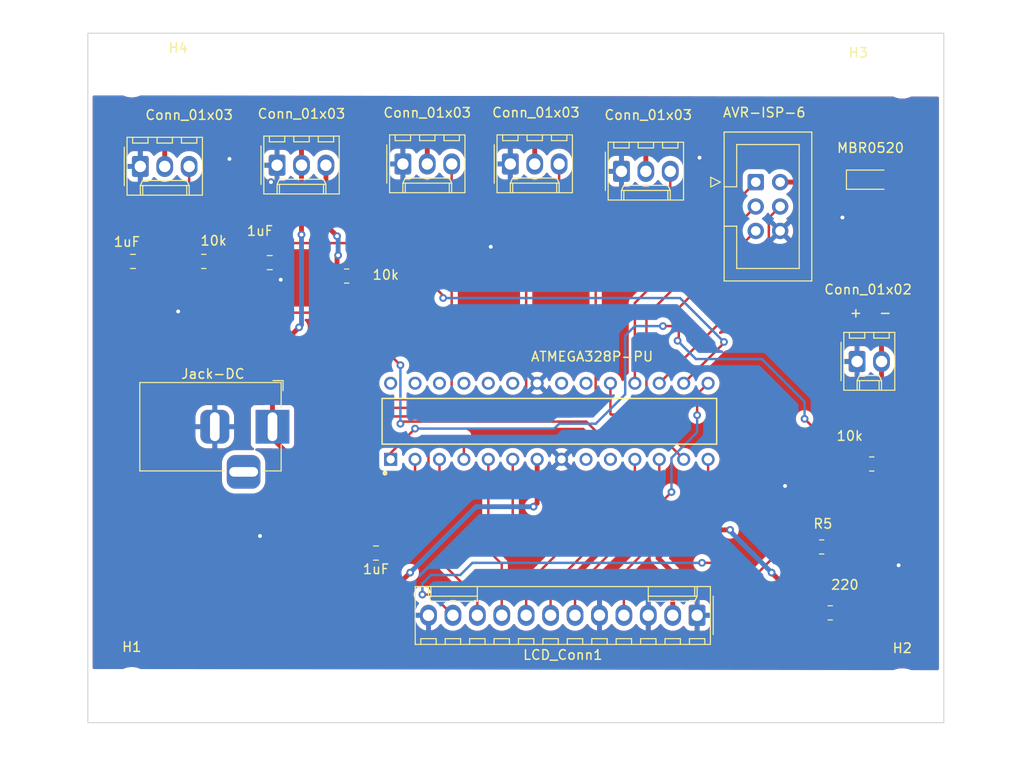
<source format=kicad_pcb>
(kicad_pcb (version 20211014) (generator pcbnew)
  (layers (0 "F.Cu" signal) (31 "B.Cu" signal) (34 "B.Paste" user) (35 "F.Paste" user) (36 "B.SilkS" user "B.Silkscreen") (37 "F.SilkS" user "F.Silkscreen") (38 "B.Mask" user) (39 "F.Mask" user) (44 "Edge.Cuts" user))
  (net 0 "")
  (net 1 "+5V")
  (net 2 "GND")
  (net 3 "Net-(C1-Pad1)")
  (net 4 "/L_Pedal")
  (net 5 "/R_Pedal")
  (net 6 "Net-(D1-Pad1)")
  (net 7 "/MISO")
  (net 8 "/SCK")
  (net 9 "/MOSI")
  (net 10 "/RST")
  (net 11 "/D7")
  (net 12 "/D6")
  (net 13 "/D5")
  (net 14 "/D4")
  (net 15 "/E")
  (net 16 "/RS")
  (net 17 "Net-(Left_F_P1-Pad3)")
  (net 18 "/L_Motor")
  (net 19 "/M_Motor")
  (net 20 "Net-(R2-Pad1)")
  (net 21 "/R_Motor")
  (net 29 "/LED+")
  (footprint "Connector_Molex:Molex_KK-254_AE-6410-12A_1x12_P2.54mm_Vertical" (layer "F.Cu") (at 141.986 101.092 180)
    (fp_text reference "LCD_Conn1" (at 13.97 -4.12) (layer "F.SilkS"))
    (fp_text value "Conn_01x12")
    (pad "1" thru_hole roundrect (at 0 0 180) (size 1.74 2.19) (drill 1.19) (layers *.Cu *.Mask) (roundrect_rratio 0.143678) (net 2 "GND"))
    (pad "2" thru_hole oval (at 2.54 0 180) (size 1.74 2.19) (drill 1.19) (layers *.Cu *.Mask) (net 1 "+5V"))
    (pad "3" thru_hole oval (at 5.08 0 180) (size 1.74 2.19) (drill 1.19) (layers *.Cu *.Mask) (net 2 "GND"))
    (pad "4" thru_hole oval (at 7.62 0 180) (size 1.74 2.19) (drill 1.19) (layers *.Cu *.Mask) (net 16 "/RS"))
    (pad "5" thru_hole oval (at 10.16 0 180) (size 1.74 2.19) (drill 1.19) (layers *.Cu *.Mask) (net 2 "GND"))
    (pad "6" thru_hole oval (at 12.7 0 180) (size 1.74 2.19) (drill 1.19) (layers *.Cu *.Mask) (net 15 "/E"))
    (pad "7" thru_hole oval (at 15.24 0 180) (size 1.74 2.19) (drill 1.19) (layers *.Cu *.Mask) (net 14 "/D4"))
    (pad "8" thru_hole oval (at 17.78 0 180) (size 1.74 2.19) (drill 1.19) (layers *.Cu *.Mask) (net 13 "/D5"))
    (pad "9" thru_hole oval (at 20.32 0 180) (size 1.74 2.19) (drill 1.19) (layers *.Cu *.Mask) (net 12 "/D6"))
    (pad "10" thru_hole oval (at 22.86 0 180) (size 1.74 2.19) (drill 1.19) (layers *.Cu *.Mask) (net 11 "/D7"))
    (pad "11" thru_hole oval (at 25.4 0 180) (size 1.74 2.19) (drill 1.19) (layers *.Cu *.Mask) (net 29 "/LED+"))
    (pad "12" thru_hole oval (at 27.94 0 180) (size 1.74 2.19) (drill 1.19) (layers *.Cu *.Mask) (net 2 "GND"))
  )
  (footprint "Capacitor_SMD:C_0805_2012Metric_Pad1.18x1.45mm_HandSolder" (layer "F.Cu") (at 83.312 64.262)
    (fp_text reference "C2" hide)
    (fp_text value "1uF" (at -0.635 -2.032) (layer "F.SilkS"))
    (pad "1" smd roundrect (at -1.0375 0) (size 1.175 1.45) (layers "F.Cu" "F.Paste" "F.Mask") (roundrect_rratio 0.212766) (net 4 "/L_Pedal"))
    (pad "2" smd roundrect (at 1.0375 0) (size 1.175 1.45) (layers "F.Cu" "F.Paste" "F.Mask") (roundrect_rratio 0.212766) (net 2 "GND"))
  )
  (footprint "Resistor_SMD:R_0805_2012Metric_Pad1.20x1.40mm_HandSolder" (layer "F.Cu") (at 154.94 93.98)
    (fp_text reference "R5" hide)
    (fp_text value "R5" (at 0.127 -2.413) (layer "F.SilkS"))
    (pad "1" smd roundrect (at -1 0) (size 1.2 1.4) (layers "F.Cu" "F.Paste" "F.Mask") (roundrect_rratio 0.208333) (net 29 "/LED+"))
    (pad "2" smd roundrect (at 1 0) (size 1.2 1.4) (layers "F.Cu" "F.Paste" "F.Mask") (roundrect_rratio 0.208333) (net 1 "+5V"))
  )
  (footprint "Connector_Molex:Molex_KK-254_AE-6410-02A_1x02_P2.54mm_Vertical" (layer "F.Cu") (at 158.623 74.676)
    (fp_text reference "Vin1" hide)
    (fp_text value "Conn_01x02" (at 1.143 -7.493) (layer "F.SilkS"))
    (fp_text user "-" (at 2.921 -5.08 unlocked) (layer "F.SilkS"))
    (fp_text user "+" (at -0.127 -5.08 unlocked) (layer "F.SilkS"))
    (pad "1" thru_hole roundrect (at 0 0) (size 1.74 2.19) (drill 1.19) (layers *.Cu *.Mask) (roundrect_rratio 0.143678) (net 2 "GND"))
    (pad "2" thru_hole oval (at 2.54 0) (size 1.74 2.19) (drill 1.19) (layers *.Cu *.Mask) (net 1 "+5V"))
  )
  (footprint "Resistor_SMD:R_0805_2012Metric_Pad1.20x1.40mm_HandSolder" (layer "F.Cu") (at 105.537 65.786)
    (fp_text reference "R2" hide)
    (fp_text value "10k" (at 4.064 -0.127) (layer "F.SilkS"))
    (pad "1" smd roundrect (at -1 0) (size 1.2 1.4) (layers "F.Cu" "F.Paste" "F.Mask") (roundrect_rratio 0.208333) (net 20 "Net-(R2-Pad1)"))
    (pad "2" smd roundrect (at 1 0) (size 1.2 1.4) (layers "F.Cu" "F.Paste" "F.Mask") (roundrect_rratio 0.208333) (net 5 "/R_Pedal"))
  )
  (footprint "Capacitor_SMD:C_0805_2012Metric_Pad1.18x1.45mm_HandSolder" (layer "F.Cu") (at 108.585 94.615)
    (fp_text reference "C1" hide)
    (fp_text value "1uF" (at 0 1.68) (layer "F.SilkS"))
    (pad "1" smd roundrect (at -1.0375 0) (size 1.175 1.45) (layers "F.Cu" "F.Paste" "F.Mask") (roundrect_rratio 0.212766) (net 3 "Net-(C1-Pad1)"))
    (pad "2" smd roundrect (at 1.0375 0) (size 1.175 1.45) (layers "F.Cu" "F.Paste" "F.Mask") (roundrect_rratio 0.212766) (net 1 "+5V"))
  )
  (footprint "MountingHole:MountingHole_3.2mm_M3" (layer "F.Cu") (at 163.322 108.712)
    (fp_text reference "H2" (at 0 -4.2) (layer "F.SilkS"))
    (fp_text value "MountingHole")
    (pad "" np_thru_hole circle (at 0 0) (size 3.2 3.2) (drill 3.2) (layers *.Cu *.Mask))
  )
  (footprint "Resistor_SMD:R_0805_2012Metric_Pad1.20x1.40mm_HandSolder" (layer "F.Cu") (at 90.678 64.262)
    (fp_text reference "R1" hide)
    (fp_text value "10k" (at 1.016 -2.159) (layer "F.SilkS"))
    (pad "1" smd roundrect (at -1 0) (size 1.2 1.4) (layers "F.Cu" "F.Paste" "F.Mask") (roundrect_rratio 0.208333) (net 17 "Net-(Left_F_P1-Pad3)"))
    (pad "2" smd roundrect (at 1 0) (size 1.2 1.4) (layers "F.Cu" "F.Paste" "F.Mask") (roundrect_rratio 0.208333) (net 4 "/L_Pedal"))
  )
  (footprint "MountingHole:MountingHole_3.2mm_M3" (layer "F.Cu") (at 83.185 45.085)
    (fp_text reference "H4" (at 4.826 -3.048) (layer "F.SilkS"))
    (fp_text value "MountingHole")
    (pad "" np_thru_hole circle (at 0 0) (size 3.2 3.2) (drill 3.2) (layers *.Cu *.Mask))
  )
  (footprint "Connector_Molex:Molex_KK-254_AE-6410-03A_1x03_P2.54mm_Vertical" (layer "F.Cu") (at 134.112 54.884)
    (fp_text reference "Left_Motor1" hide)
    (fp_text value "Conn_01x03" (at 2.794 -5.862) (layer "F.SilkS"))
    (pad "1" thru_hole roundrect (at 0 0) (size 1.74 2.19) (drill 1.19) (layers *.Cu *.Mask) (roundrect_rratio 0.143678) (net 2 "GND"))
    (pad "2" thru_hole oval (at 2.54 0) (size 1.74 2.19) (drill 1.19) (layers *.Cu *.Mask) (net 1 "+5V"))
    (pad "3" thru_hole oval (at 5.08 0) (size 1.74 2.19) (drill 1.19) (layers *.Cu *.Mask) (net 18 "/L_Motor"))
  )
  (footprint "Resistor_SMD:R_0805_2012Metric_Pad1.20x1.40mm_HandSolder" (layer "F.Cu") (at 155.829 100.838)
    (fp_text reference "R4" hide)
    (fp_text value "220" (at 1.524 -2.921) (layer "F.SilkS"))
    (pad "1" smd roundrect (at -1 0) (size 1.2 1.4) (layers "F.Cu" "F.Paste" "F.Mask") (roundrect_rratio 0.208333) (net 1 "+5V"))
    (pad "2" smd roundrect (at 1 0) (size 1.2 1.4) (layers "F.Cu" "F.Paste" "F.Mask") (roundrect_rratio 0.208333) (net 29 "/LED+"))
  )
  (footprint "Connector_Molex:Molex_KK-254_AE-6410-03A_1x03_P2.54mm_Vertical" (layer "F.Cu") (at 84.074 54.376)
    (fp_text reference "Left_F_P1" hide)
    (fp_text value "Conn_01x03" (at 5.08 -5.354) (layer "F.SilkS"))
    (pad "1" thru_hole roundrect (at 0 0) (size 1.74 2.19) (drill 1.19) (layers *.Cu *.Mask) (roundrect_rratio 0.143678) (net 2 "GND"))
    (pad "2" thru_hole oval (at 2.54 0) (size 1.74 2.19) (drill 1.19) (layers *.Cu *.Mask) (net 1 "+5V"))
    (pad "3" thru_hole oval (at 5.08 0) (size 1.74 2.19) (drill 1.19) (layers *.Cu *.Mask) (net 17 "Net-(Left_F_P1-Pad3)"))
  )
  (footprint "ATMEGA328P-PU:DIP794W46P254L2967H457Q28B" (layer "F.Cu") (at 126.619 80.899 90)
    (fp_text reference "U2" hide)
    (fp_text value "ATMEGA328P-PU" (at 6.731 4.445 180) (layer "F.SilkS") (effects (font (size 1.001567 1.001567))))
    (pad "1" thru_hole rect locked (at -3.96 -16.51 90) (size 1.358 1.358) (drill 0.85) (layers *.Cu *.Mask) (net 10 "/RST"))
    (pad "2" thru_hole circle locked (at -3.96 -13.97 90) (size 1.358 1.358) (drill 0.85) (layers *.Cu *.Mask) (net 18 "/L_Motor"))
    (pad "3" thru_hole circle locked (at -3.96 -11.43 90) (size 1.358 1.358) (drill 0.85) (layers *.Cu *.Mask) (net 21 "/R_Motor"))
    (pad "4" thru_hole circle locked (at -3.96 -8.89 90) (size 1.358 1.358) (drill 0.85) (layers *.Cu *.Mask) (net 19 "/M_Motor"))
    (pad "5" thru_hole circle locked (at -3.96 -6.35 90) (size 1.358 1.358) (drill 0.85) (layers *.Cu *.Mask) (net 11 "/D7"))
    (pad "6" thru_hole circle locked (at -3.96 -3.81 90) (size 1.358 1.358) (drill 0.85) (layers *.Cu *.Mask) (net 12 "/D6"))
    (pad "7" thru_hole circle locked (at -3.96 -1.27 90) (size 1.358 1.358) (drill 0.85) (layers *.Cu *.Mask) (net 3 "Net-(C1-Pad1)"))
    (pad "8" thru_hole circle locked (at -3.96 1.27 90) (size 1.358 1.358) (drill 0.85) (layers *.Cu *.Mask) (net 2 "GND"))
    (pad "9" thru_hole circle locked (at -3.96 3.81 90) (size 1.358 1.358) (drill 0.85) (layers *.Cu *.Mask))
    (pad "10" thru_hole circle locked (at -3.96 6.35 90) (size 1.358 1.358) (drill 0.85) (layers *.Cu *.Mask))
    (pad "11" thru_hole circle locked (at -3.96 8.89 90) (size 1.358 1.358) (drill 0.85) (layers *.Cu *.Mask) (net 13 "/D5"))
    (pad "12" thru_hole circle locked (at -3.96 11.43 90) (size 1.358 1.358) (drill 0.85) (layers *.Cu *.Mask) (net 14 "/D4"))
    (pad "13" thru_hole circle locked (at -3.96 13.97 90) (size 1.358 1.358) (drill 0.85) (layers *.Cu *.Mask) (net 5 "/R_Pedal"))
    (pad "14" thru_hole circle locked (at -3.96 16.51 90) (size 1.358 1.358) (drill 0.85) (layers *.Cu *.Mask) (net 16 "/RS"))
    (pad "15" thru_hole circle locked (at 3.96 16.51 90) (size 1.358 1.358) (drill 0.85) (layers *.Cu *.Mask) (net 15 "/E"))
    (pad "16" thru_hole circle locked (at 3.96 13.97 90) (size 1.358 1.358) (drill 0.85) (layers *.Cu *.Mask) (net 4 "/L_Pedal"))
    (pad "17" thru_hole circle locked (at 3.96 11.43 90) (size 1.358 1.358) (drill 0.85) (layers *.Cu *.Mask) (net 9 "/MOSI"))
    (pad "18" thru_hole circle locked (at 3.96 8.89 90) (size 1.358 1.358) (drill 0.85) (layers *.Cu *.Mask) (net 7 "/MISO"))
    (pad "19" thru_hole circle locked (at 3.96 6.35 90) (size 1.358 1.358) (drill 0.85) (layers *.Cu *.Mask) (net 8 "/SCK"))
    (pad "20" thru_hole circle locked (at 3.96 3.81 90) (size 1.358 1.358) (drill 0.85) (layers *.Cu *.Mask))
    (pad "21" thru_hole circle locked (at 3.96 1.27 90) (size 1.358 1.358) (drill 0.85) (layers *.Cu *.Mask))
    (pad "22" thru_hole circle locked (at 3.96 -1.27 90) (size 1.358 1.358) (drill 0.85) (layers *.Cu *.Mask) (net 2 "GND"))
    (pad "23" thru_hole circle locked (at 3.96 -3.81 90) (size 1.358 1.358) (drill 0.85) (layers *.Cu *.Mask))
    (pad "24" thru_hole circle locked (at 3.96 -6.35 90) (size 1.358 1.358) (drill 0.85) (layers *.Cu *.Mask))
    (pad "25" thru_hole circle locked (at 3.96 -8.89 90) (size 1.358 1.358) (drill 0.85) (layers *.Cu *.Mask))
    (pad "26" thru_hole circle locked (at 3.96 -11.43 90) (size 1.358 1.358) (drill 0.85) (layers *.Cu *.Mask))
    (pad "27" thru_hole circle locked (at 3.96 -13.97 90) (size 1.358 1.358) (drill 0.85) (layers *.Cu *.Mask))
    (pad "28" thru_hole circle locked (at 3.96 -16.51 90) (size 1.358 1.358) (drill 0.85) (layers *.Cu *.Mask))
  )
  (footprint "Connector_Molex:Molex_KK-254_AE-6410-03A_1x03_P2.54mm_Vertical" (layer "F.Cu") (at 111.379 54.122)
    (fp_text reference "Right_Motor1" hide)
    (fp_text value "Conn_01x03" (at 2.54 -5.334) (layer "F.SilkS"))
    (pad "1" thru_hole roundrect (at 0 0) (size 1.74 2.19) (drill 1.19) (layers *.Cu *.Mask) (roundrect_rratio 0.143678) (net 2 "GND"))
    (pad "2" thru_hole oval (at 2.54 0) (size 1.74 2.19) (drill 1.19) (layers *.Cu *.Mask) (net 1 "+5V"))
    (pad "3" thru_hole oval (at 5.08 0) (size 1.74 2.19) (drill 1.19) (layers *.Cu *.Mask) (net 21 "/R_Motor"))
  )
  (footprint "MountingHole:MountingHole_3.2mm_M3" (layer "F.Cu") (at 83.185 108.585)
    (fp_text reference "H1" (at 0 -4.2) (layer "F.SilkS"))
    (fp_text value "MountingHole")
    (pad "" np_thru_hole circle (at 0 0) (size 3.2 3.2) (drill 3.2) (layers *.Cu *.Mask))
  )
  (footprint "MountingHole:MountingHole_3.2mm_M3" (layer "F.Cu") (at 163.322 45.212)
    (fp_text reference "H3" (at -4.572 -2.667) (layer "F.SilkS"))
    (fp_text value "MountingHole")
    (pad "" np_thru_hole circle (at 0 0) (size 3.2 3.2) (drill 3.2) (layers *.Cu *.Mask))
  )
  (footprint "Connector_BarrelJack:BarrelJack_Horizontal" (layer "F.Cu") (at 97.821 81.4655)
    (fp_text reference "B_Jack1" hide)
    (fp_text value "Jack-DC" (at -6.2 -5.5) (layer "F.SilkS"))
    (pad "1" thru_hole rect (at 0 0) (size 3.5 3.5) (drill oval 1 3) (layers *.Cu *.Mask) (net 1 "+5V"))
    (pad "2" thru_hole roundrect (at -6 0) (size 3 3.5) (drill oval 1 3) (layers *.Cu *.Mask) (net 2 "GND"))
    (pad "3" thru_hole roundrect (at -3 4.7) (size 3.5 3.5) (drill oval 3 1) (layers *.Cu *.Mask))
  )
  (footprint "Connector_IDC:IDC-Header_2x03_P2.54mm_Vertical" (layer "F.Cu") (at 148.082 56.007)
    (fp_text reference "J1" hide)
    (fp_text value "AVR-ISP-6" (at 0.889 -7.239) (layer "F.SilkS"))
    (pad "1" thru_hole roundrect (at 0 0) (size 1.7 1.7) (drill 1) (layers *.Cu *.Mask) (roundrect_rratio 0.147059) (net 7 "/MISO"))
    (pad "2" thru_hole circle (at 2.54 0) (size 1.7 1.7) (drill 1) (layers *.Cu *.Mask) (net 6 "Net-(D1-Pad1)"))
    (pad "3" thru_hole circle (at 0 2.54) (size 1.7 1.7) (drill 1) (layers *.Cu *.Mask) (net 8 "/SCK"))
    (pad "4" thru_hole circle (at 2.54 2.54) (size 1.7 1.7) (drill 1) (layers *.Cu *.Mask) (net 9 "/MOSI"))
    (pad "5" thru_hole circle (at 0 5.08) (size 1.7 1.7) (drill 1) (layers *.Cu *.Mask) (net 10 "/RST"))
    (pad "6" thru_hole circle (at 2.54 5.08) (size 1.7 1.7) (drill 1) (layers *.Cu *.Mask) (net 2 "GND"))
  )
  (footprint "Resistor_SMD:R_0805_2012Metric_Pad1.20x1.40mm_HandSolder" (layer "F.Cu") (at 160.147 85.344)
    (fp_text reference "R3" hide)
    (fp_text value "10k" (at -2.286 -2.921) (layer "F.SilkS"))
    (pad "1" smd roundrect (at -1 0) (size 1.2 1.4) (layers "F.Cu" "F.Paste" "F.Mask") (roundrect_rratio 0.208333) (net 10 "/RST"))
    (pad "2" smd roundrect (at 1 0) (size 1.2 1.4) (layers "F.Cu" "F.Paste" "F.Mask") (roundrect_rratio 0.208333) (net 1 "+5V"))
  )
  (footprint "Diode_SMD:D_SOD-123" (layer "F.Cu") (at 159.765 55.753)
    (fp_text reference "D1" hide)
    (fp_text value "MBR0520" (at 0.254 -3.302) (layer "F.SilkS"))
    (pad "1" smd rect (at -1.65 0) (size 0.9 1.2) (layers "F.Cu" "F.Paste" "F.Mask") (net 6 "Net-(D1-Pad1)"))
    (pad "2" smd rect (at 1.65 0) (size 0.9 1.2) (layers "F.Cu" "F.Paste" "F.Mask") (net 1 "+5V"))
  )
  (footprint "Connector_Molex:Molex_KK-254_AE-6410-03A_1x03_P2.54mm_Vertical" (layer "F.Cu") (at 122.555 54.122)
    (fp_text reference "Middle_Motor1" hide)
    (fp_text value "Conn_01x03" (at 2.667 -5.354) (layer "F.SilkS"))
    (pad "1" thru_hole roundrect (at 0 0) (size 1.74 2.19) (drill 1.19) (layers *.Cu *.Mask) (roundrect_rratio 0.143678) (net 2 "GND"))
    (pad "2" thru_hole oval (at 2.54 0) (size 1.74 2.19) (drill 1.19) (layers *.Cu *.Mask) (net 1 "+5V"))
    (pad "3" thru_hole oval (at 5.08 0) (size 1.74 2.19) (drill 1.19) (layers *.Cu *.Mask) (net 19 "/M_Motor"))
  )
  (footprint "Capacitor_SMD:C_0805_2012Metric_Pad1.18x1.45mm_HandSolder" (layer "F.Cu") (at 97.536 64.389)
    (fp_text reference "C3" hide)
    (fp_text value "1uF" (at -1.016 -3.302) (layer "F.SilkS"))
    (pad "1" smd roundrect (at -1.0375 0) (size 1.175 1.45) (layers "F.Cu" "F.Paste" "F.Mask") (roundrect_rratio 0.212766) (net 5 "/R_Pedal"))
    (pad "2" smd roundrect (at 1.0375 0) (size 1.175 1.45) (layers "F.Cu" "F.Paste" "F.Mask") (roundrect_rratio 0.212766) (net 2 "GND"))
  )
  (footprint "Connector_Molex:Molex_KK-254_AE-6410-03A_1x03_P2.54mm_Vertical" (layer "F.Cu") (at 98.298 54.249)
    (fp_text reference "Right_F_P1" hide)
    (fp_text value "Conn_01x03" (at 2.54 -5.354) (layer "F.SilkS"))
    (pad "1" thru_hole roundrect (at 0 0) (size 1.74 2.19) (drill 1.19) (layers *.Cu *.Mask) (roundrect_rratio 0.143678) (net 2 "GND"))
    (pad "2" thru_hole oval (at 2.54 0) (size 1.74 2.19) (drill 1.19) (layers *.Cu *.Mask) (net 1 "+5V"))
    (pad "3" thru_hole oval (at 5.08 0) (size 1.74 2.19) (drill 1.19) (layers *.Cu *.Mask) (net 20 "Net-(R2-Pad1)"))
  )
  (gr_rect (start 78.613 40.513) (end 167.64 112.268) (layer "Edge.Cuts") (width 0.1) (fill none))
  (segment (start 153.924 100.838) (end 149.733 96.647) (width 0.508) (layer "F.Cu") (net 1))
  (segment (start 165.862 49.403) (end 137.795 49.403) (width 0.508) (layer "F.Cu") (net 1))
  (segment (start 161.163 88.646) (end 161.163 85.36) (width 0.508) (layer "F.Cu") (net 1))
  (segment (start 154.829 100.838) (end 154.829 95.091) (width 0.508) (layer "F.Cu") (net 1))
  (segment (start 100.838 54.249) (end 100.838 61.468) (width 0.508) (layer "F.Cu") (net 1))
  (segment (start 86.614 50.673) (end 87.122 50.165) (width 0.508) (layer "F.Cu") (net 1))
  (segment (start 137.795 49.403) (end 136.779 50.419) (width 0.508) (layer "F.Cu") (net 1))
  (segment (start 140.843 92.202) (end 137.922 95.123) (width 0.508) (layer "F.Cu") (net 1))
  (segment (start 100.838 54.249) (end 100.838 50.546) (width 0.508) (layer "F.Cu") (net 1))
  (segment (start 101.219 50.165) (end 102.108 50.165) (width 0.508) (layer "F.Cu") (net 1))
  (segment (start 124.841 50.165) (end 114.3 50.165) (width 0.508) (layer "F.Cu") (net 1))
  (segment (start 97.821 73.883) (end 100.584 71.12) (width 0.508) (layer "F.Cu") (net 1))
  (segment (start 165.735 55.753) (end 165.862 55.626) (width 0.508) (layer "F.Cu") (net 1))
  (segment (start 113.792 50.165) (end 113.919 50.292) (width 0.508) (layer "F.Cu") (net 1))
  (segment (start 164.084 59.944) (end 164.084 55.753) (width 0.508) (layer "F.Cu") (net 1))
  (segment (start 155.94 93.98) (end 155.94 93.869) (width 0.508) (layer "F.Cu") (net 1))
  (segment (start 125.095 50.419) (end 124.841 50.165) (width 0.508) (layer "F.Cu") (net 1))
  (segment (start 161.415 55.753) (end 164.084 55.753) (width 0.508) (layer "F.Cu") (net 1))
  (segment (start 154.829 100.838) (end 153.924 100.838) (width 0.508) (layer "F.Cu") (net 1))
  (segment (start 136.779 50.419) (end 136.525 50.165) (width 0.508) (layer "F.Cu") (net 1))
  (segment (start 136.652 50.546) (end 136.779 50.419) (width 0.508) (layer "F.Cu") (net 1))
  (segment (start 97.79 82.6555) (end 109.7495 94.615) (width 0.508) (layer "F.Cu") (net 1))
  (segment (start 125.095 54.122) (end 125.095 50.419) (width 0.508) (layer "F.Cu") (net 1))
  (segment (start 165.862 55.626) (end 165.862 49.403) (width 0.508) (layer "F.Cu") (net 1))
  (segment (start 86.614 54.376) (end 86.614 50.673) (width 0.508) (layer "F.Cu") (net 1))
  (segment (start 102.108 50.165) (end 114.3 50.165) (width 0.508) (layer "F.Cu") (net 1))
  (segment (start 113.919 50.292) (end 113.919 54.122) (width 0.508) (layer "F.Cu") (net 1))
  (segment (start 97.821 81.503) (end 97.79 81.534) (width 0.508) (layer "F.Cu") (net 1))
  (segment (start 97.821 81.4655) (end 97.821 81.503) (width 0.508) (layer "F.Cu") (net 1))
  (segment (start 100.838 50.546) (end 101.219 50.165) (width 0.508) (layer "F.Cu") (net 1))
  (segment (start 161.163 62.865) (end 164.084 59.944) (width 0.508) (layer "F.Cu") (net 1))
  (segment (start 136.652 54.884) (end 136.652 50.546) (width 0.508) (layer "F.Cu") (net 1))
  (segment (start 155.94 93.869) (end 161.163 88.646) (width 0.508) (layer "F.Cu") (net 1))
  (segment (start 145.415 92.202) (end 140.843 92.202) (width 0.508) (layer "F.Cu") (net 1))
  (segment (start 161.163 85.328) (end 161.163 74.676) (width 0.508) (layer "F.Cu") (net 1))
  (segment (start 139.446 96.647) (end 137.922 95.123) (width 0.508) (layer "F.Cu") (net 1))
  (segment (start 87.122 50.165) (end 102.108 50.165) (width 0.508) (layer "F.Cu") (net 1))
  (segment (start 154.829 95.091) (end 155.94 93.98) (width 0.508) (layer "F.Cu") (net 1))
  (segment (start 97.79 81.534) (end 97.79 82.6555) (width 0.508) (layer "F.Cu") (net 1))
  (segment (start 97.821 81.4655) (end 97.821 73.883) (width 0.508) (layer "F.Cu") (net 1))
  (segment (start 161.163 85.36) (end 161.147 85.344) (width 0.508) (layer "F.Cu") (net 1))
  (segment (start 161.163 74.676) (end 161.163 62.865) (width 0.508) (layer "F.Cu") (net 1))
  (segment (start 164.084 55.753) (end 165.735 55.753) (width 0.508) (layer "F.Cu") (net 1))
  (segment (start 139.446 101.092) (end 139.446 96.647) (width 0.508) (layer "F.Cu") (net 1))
  (segment (start 161.147 85.344) (end 161.163 85.328) (width 0.508) (layer "F.Cu") (net 1))
  (segment (start 136.525 50.165) (end 124.841 50.165) (width 0.508) (layer "F.Cu") (net 1))
  (segment (start 114.3 50.165) (end 113.792 50.165) (width 0.508) (layer "F.Cu") (net 1))
  (via (at 149.733 96.647) (size 0.8) (drill 0.4) (layers "F.Cu" "B.Cu") (net 1))
  (via (at 100.838 61.468) (size 0.8) (drill 0.4) (layers "F.Cu" "B.Cu") (net 1))
  (via (at 145.415 92.202) (size 0.8) (drill 0.4) (layers "F.Cu" "B.Cu") (net 1))
  (via (at 100.584 71.12) (size 0.8) (drill 0.4) (layers "F.Cu" "B.Cu") (net 1))
  (segment (start 146.939 93.853) (end 145.415 92.329) (width 0.508) (layer "B.Cu") (net 1))
  (segment (start 145.415 92.329) (end 145.415 92.202) (width 0.508) (layer "B.Cu") (net 1))
  (segment (start 149.733 96.647) (end 146.939 93.853) (width 0.508) (layer "B.Cu") (net 1))
  (segment (start 100.838 61.468) (end 100.838 70.866) (width 0.508) (layer "B.Cu") (net 1))
  (segment (start 100.838 70.866) (end 100.584 71.12) (width 0.508) (layer "B.Cu") (net 1))
  (segment (start 91.821 81.4655) (end 92.3875 81.4655) (width 0.25) (layer "F.Cu") (net 2))
  (segment (start 92.3875 81.4655) (end 92.456 81.534) (width 0.25) (layer "F.Cu") (net 2))
  (via (at 93.345 53.594) (size 0.8) (drill 0.4) (layers "F.Cu" "B.Cu") (net 2))
  (via (at 98.679 66.167) (size 0.8) (drill 0.4) (layers "F.Cu" "B.Cu") (net 2))
  (via (at 96.52 92.837) (size 0.8) (drill 0.4) (layers "F.Cu" "B.Cu") (net 2))
  (via (at 157.099 59.69) (size 0.8) (drill 0.4) (layers "F.Cu" "B.Cu") (net 2))
  (via (at 151.13 87.63) (size 0.8) (drill 0.4) (layers "F.Cu" "B.Cu") (net 2))
  (via (at 88.011 69.469) (size 0.8) (drill 0.4) (layers "F.Cu" "B.Cu") (net 2))
  (via (at 97.663 56.007) (size 0.8) (drill 0.4) (layers "F.Cu" "B.Cu") (net 2))
  (via (at 142.24 53.467) (size 0.8) (drill 0.4) (layers "F.Cu" "B.Cu") (net 2))
  (via (at 162.941 95.885) (size 0.8) (drill 0.4) (layers "F.Cu" "B.Cu") (net 2))
  (via (at 120.523 62.738) (size 0.8) (drill 0.4) (layers "F.Cu" "B.Cu") (net 2))
  (segment (start 107.188 95.1015) (end 107.6745 94.615) (width 0.508) (layer "F.Cu") (net 3))
  (segment (start 125.349 89.408) (end 124.968 89.789) (width 0.508) (layer "F.Cu") (net 3))
  (segment (start 109.982 98.806) (end 107.188 98.806) (width 0.508) (layer "F.Cu") (net 3))
  (segment (start 112.141 96.647) (end 109.982 98.806) (width 0.508) (layer "F.Cu") (net 3))
  (segment (start 125.349 84.859) (end 125.349 89.408) (width 0.508) (layer "F.Cu") (net 3))
  (segment (start 107.188 98.806) (end 107.188 95.1015) (width 0.508) (layer "F.Cu") (net 3))
  (via (at 112.141 96.647) (size 0.8) (drill 0.4) (layers "F.Cu" "B.Cu") (net 3))
  (via (at 124.968 89.789) (size 0.8) (drill 0.4) (layers "F.Cu" "B.Cu") (net 3))
  (segment (start 124.968 89.789) (end 118.999 89.789) (width 0.508) (layer "B.Cu") (net 3))
  (segment (start 118.999 89.789) (end 112.141 96.647) (width 0.508) (layer "B.Cu") (net 3))
  (segment (start 110.109 62.357) (end 115.189 67.437) (width 0.254) (layer "F.Cu") (net 4))
  (segment (start 82.2745 64.262) (end 82.2745 67.0345) (width 0.25) (layer "F.Cu") (net 4))
  (segment (start 91.948 66.802) (end 91.948 64.532) (width 0.25) (layer "F.Cu") (net 4))
  (segment (start 115.57 67.818) (end 115.57 68.072) (width 0.254) (layer "F.Cu") (net 4))
  (segment (start 91.694 67.056) (end 91.948 66.802) (width 0.25) (layer "F.Cu") (net 4))
  (segment (start 144.78 72.748) (end 140.589 76.939) (width 0.254) (layer "F.Cu") (net 4))
  (segment (start 82.296 67.056) (end 91.694 67.056) (width 0.25) (layer "F.Cu") (net 4))
  (segment (start 92.583 64.262) (end 94.488 62.357) (width 0.254) (layer "F.Cu") (net 4))
  (segment (start 91.948 64.532) (end 91.678 64.262) (width 0.25) (layer "F.Cu") (net 4))
  (segment (start 115.189 67.437) (end 115.57 67.818) (width 0.254) (layer "F.Cu") (net 4))
  (segment (start 94.488 62.357) (end 110.109 62.357) (width 0.254) (layer "F.Cu") (net 4))
  (segment (start 144.78 72.644) (end 144.78 72.748) (width 0.254) (layer "F.Cu") (net 4))
  (segment (start 82.2745 67.0345) (end 82.296 67.056) (width 0.25) (layer "F.Cu") (net 4))
  (segment (start 91.678 64.262) (end 92.583 64.262) (width 0.254) (layer "F.Cu") (net 4))
  (via (at 144.78 72.644) (size 0.8) (drill 0.4) (layers "F.Cu" "B.Cu") (net 4))
  (via (at 115.57 68.072) (size 0.8) (drill 0.4) (layers "F.Cu" "B.Cu") (net 4))
  (segment (start 140.208 68.072) (end 144.78 72.644) (width 0.254) (layer "B.Cu") (net 4))
  (segment (start 115.57 68.072) (end 140.208 68.072) (width 0.254) (layer "B.Cu") (net 4))
  (segment (start 132.588 81.915) (end 131.445 81.915) (width 0.254) (layer "F.Cu") (net 5))
  (segment (start 111.344 80.934) (end 111.125 81.153) (width 0.254) (layer "F.Cu") (net 5))
  (segment (start 133.658 80.845) (end 132.588 81.915) (width 0.254) (layer "F.Cu") (net 5))
  (segment (start 96.4985 64.389) (end 96.4985 67.6695) (width 0.254) (layer "F.Cu") (net 5))
  (segment (start 106.537 69.58) (end 106.537 69.358) (width 0.254) (layer "F.Cu") (net 5))
  (segment (start 140.589 84.859) (end 140.589 84.836) (width 0.254) (layer "F.Cu") (net 5))
  (segment (start 105.664 69.596) (end 106.426 69.596) (width 0.254) (layer "F.Cu") (net 5))
  (segment (start 111.125 75.057) (end 105.664 69.596) (width 0.254) (layer "F.Cu") (net 5))
  (segment (start 98.425 69.596) (end 105.664 69.596) (width 0.254) (layer "F.Cu") (net 5))
  (segment (start 136.598 80.845) (end 133.658 80.845) (width 0.254) (layer "F.Cu") (net 5))
  (segment (start 106.537 69.358) (end 106.537 65.786) (width 0.254) (layer "F.Cu") (net 5))
  (segment (start 96.4985 67.6695) (end 98.425 69.596) (width 0.254) (layer "F.Cu") (net 5))
  (segment (start 140.589 84.836) (end 136.598 80.845) (width 0.254) (layer "F.Cu") (net 5))
  (segment (start 131.445 81.915) (end 130.464 80.934) (width 0.254) (layer "F.Cu") (net 5))
  (segment (start 130.464 80.934) (end 111.344 80.934) (width 0.254) (layer "F.Cu") (net 5))
  (via (at 111.125 75.057) (size 0.8) (drill 0.4) (layers "F.Cu" "B.Cu") (net 5))
  (via (at 111.125 81.153) (size 0.8) (drill 0.4) (layers "F.Cu" "B.Cu") (net 5))
  (segment (start 111.125 75.311) (end 111.125 75.057) (width 0.254) (layer "B.Cu") (net 5))
  (segment (start 111.125 81.153) (end 111.125 75.311) (width 0.254) (layer "B.Cu") (net 5))
  (segment (start 150.622 56.007) (end 157.861 56.007) (width 0.508) (layer "F.Cu") (net 6))
  (segment (start 157.861 56.007) (end 158.115 55.753) (width 0.508) (layer "F.Cu") (net 6))
  (segment (start 135.509 68.58) (end 135.509 76.939) (width 0.254) (layer "F.Cu") (net 7))
  (segment (start 148.082 56.007) (end 135.509 68.58) (width 0.254) (layer "F.Cu") (net 7))
  (segment (start 132.969 80.137) (end 132.969 76.939) (width 0.254) (layer "F.Cu") (net 8))
  (segment (start 136.7155 80.2005) (end 133.0325 80.2005) (width 0.254) (layer "F.Cu") (net 8))
  (segment (start 136.7155 69.9135) (end 136.7155 80.2005) (width 0.254) (layer "F.Cu") (net 8))
  (segment (start 133.0325 80.2005) (end 132.969 80.137) (width 0.254) (layer "F.Cu") (net 8))
  (segment (start 148.082 58.547) (end 136.7155 69.9135) (width 0.254) (layer "F.Cu") (net 8))
  (segment (start 150.622 58.547) (end 149.445 59.724) (width 0.254) (layer "F.Cu") (net 9))
  (segment (start 149.445 59.724) (end 149.445 65.543) (width 0.254) (layer "F.Cu") (net 9))
  (segment (start 149.445 65.543) (end 138.049 76.939) (width 0.254) (layer "F.Cu") (net 9))
  (segment (start 153.162 80.645) (end 157.861 85.344) (width 0.254) (layer "F.Cu") (net 10))
  (segment (start 140.081 71.882) (end 140.081 72.39) (width 0.254) (layer "F.Cu") (net 10))
  (segment (start 140.081 69.088) (end 148.082 61.087) (width 0.254) (layer "F.Cu") (net 10))
  (segment (start 157.861 85.344) (end 159.147 85.344) (width 0.254) (layer "F.Cu") (net 10))
  (segment (start 110.109 84.201) (end 112.649 81.661) (width 0.254) (layer "F.Cu") (net 10))
  (segment (start 138.43 70.993) (end 139.954 70.993) (width 0.254) (layer "F.Cu") (net 10))
  (segment (start 140.081 72.39) (end 139.954 72.517) (width 0.254) (layer "F.Cu") (net 10))
  (segment (start 140.081 70.866) (end 140.081 69.088) (width 0.254) (layer "F.Cu") (net 10))
  (segment (start 140.081 70.866) (end 140.081 71.882) (width 0.254) (layer "F.Cu") (net 10))
  (segment (start 139.954 70.993) (end 140.081 70.866) (width 0.254) (layer "F.Cu") (net 10))
  (segment (start 110.109 84.859) (end 110.109 84.201) (width 0.254) (layer "F.Cu") (net 10))
  (via (at 153.162 80.645) (size 0.8) (drill 0.4) (layers "F.Cu" "B.Cu") (net 10))
  (via (at 139.954 72.517) (size 0.8) (drill 0.4) (layers "F.Cu" "B.Cu") (net 10))
  (via (at 112.649 81.661) (size 0.8) (drill 0.4) (layers "F.Cu" "B.Cu") (net 10))
  (via (at 138.43 70.993) (size 0.8) (drill 0.4) (layers "F.Cu" "B.Cu") (net 10))
  (segment (start 127.637699 81.153) (end 131.445 81.153) (width 0.254) (layer "B.Cu") (net 10))
  (segment (start 134.503 72.019) (end 134.493 72.009) (width 0.254) (layer "B.Cu") (net 10))
  (segment (start 134.503 78.095) (end 134.503 72.019) (width 0.254) (layer "B.Cu") (net 10))
  (segment (start 135.509 70.993) (end 138.43 70.993) (width 0.254) (layer "B.Cu") (net 10))
  (segment (start 131.445 81.153) (end 134.503 78.095) (width 0.254) (layer "B.Cu") (net 10))
  (segment (start 112.649 81.661) (end 127.129699 81.661) (width 0.254) (layer "B.Cu") (net 10))
  (segment (start 134.493 72.009) (end 135.509 70.993) (width 0.254) (layer "B.Cu") (net 10))
  (segment (start 153.162 78.867) (end 153.162 80.645) (width 0.254) (layer "B.Cu") (net 10))
  (segment (start 127.129699 81.661) (end 127.637699 81.153) (width 0.254) (layer "B.Cu") (net 10))
  (segment (start 141.859 74.422) (end 148.717 74.422) (width 0.254) (layer "B.Cu") (net 10))
  (segment (start 139.954 72.517) (end 141.859 74.422) (width 0.254) (layer "B.Cu") (net 10))
  (segment (start 148.717 74.422) (end 153.162 78.867) (width 0.254) (layer "B.Cu") (net 10))
  (segment (start 115.824 96.012) (end 115.824 95.885) (width 0.25) (layer "F.Cu") (net 11))
  (segment (start 119.126 101.092) (end 119.126 99.314) (width 0.25) (layer "F.Cu") (net 11))
  (segment (start 119.126 99.314) (end 115.824 96.012) (width 0.25) (layer "F.Cu") (net 11))
  (segment (start 117.602 94.107) (end 120.269 91.44) (width 0.254) (layer "F.Cu") (net 11))
  (segment (start 115.824 95.885) (end 117.602 94.107) (width 0.25) (layer "F.Cu") (net 11))
  (segment (start 120.269 91.44) (end 120.269 84.859) (width 0.254) (layer "F.Cu") (net 11))
  (segment (start 122.809 91.821) (end 122.809 84.859) (width 0.254) (layer "F.Cu") (net 12))
  (segment (start 120.269 94.361) (end 122.809 91.821) (width 0.254) (layer "F.Cu") (net 12))
  (segment (start 121.666 95.758) (end 120.269 94.361) (width 0.25) (layer "F.Cu") (net 12))
  (segment (start 121.666 101.092) (end 121.666 95.758) (width 0.25) (layer "F.Cu") (net 12))
  (segment (start 124.206 101.092) (end 124.206 97.917) (width 0.25) (layer "F.Cu") (net 13))
  (segment (start 135.509 86.614) (end 135.509 84.859) (width 0.25) (layer "F.Cu") (net 13))
  (segment (start 124.206 97.917) (end 135.509 86.614) (width 0.25) (layer "F.Cu") (net 13))
  (segment (start 126.746 101.092) (end 126.746 98.171) (width 0.25) (layer "F.Cu") (net 14))
  (segment (start 126.746 98.171) (end 138.049 86.868) (width 0.25) (layer "F.Cu") (net 14))
  (segment (start 138.049 86.868) (end 138.049 84.859) (width 0.25) (layer "F.Cu") (net 14))
  (segment (start 141.986 78.082) (end 143.129 76.939) (width 0.25) (layer "F.Cu") (net 15))
  (segment (start 129.286 101.092) (end 129.286 98.298) (width 0.25) (layer "F.Cu") (net 15))
  (segment (start 129.286 98.298) (end 139.319 88.265) (width 0.25) (layer "F.Cu") (net 15))
  (segment (start 141.986 80.264) (end 141.986 78.082) (width 0.25) (layer "F.Cu") (net 15))
  (via (at 141.986 80.264) (size 0.8) (drill 0.4) (layers "F.Cu" "B.Cu") (net 15))
  (via (at 139.319 88.265) (size 0.8) (drill 0.4) (layers "F.Cu" "B.Cu") (net 15))
  (segment (start 139.319 84.709129) (end 141.986 82.042129) (width 0.25) (layer "B.Cu") (net 15))
  (segment (start 139.319 88.265) (end 139.319 84.709129) (width 0.25) (layer "B.Cu") (net 15))
  (segment (start 141.986 82.042129) (end 141.986 80.264) (width 0.25) (layer "B.Cu") (net 15))
  (segment (start 134.366 101.092) (end 134.366 96.647) (width 0.25) (layer "F.Cu") (net 16))
  (segment (start 134.366 96.647) (end 143.129 87.884) (width 0.25) (layer "F.Cu") (net 16))
  (segment (start 143.129 87.884) (end 143.129 84.859) (width 0.25) (layer "F.Cu") (net 16))
  (segment (start 89.154 63.738) (end 89.678 64.262) (width 0.254) (layer "F.Cu") (net 17))
  (segment (start 89.154 54.376) (end 89.154 63.738) (width 0.254) (layer "F.Cu") (net 17))
  (segment (start 107.696 86.868) (end 107.696 81.534) (width 0.254) (layer "F.Cu") (net 18))
  (segment (start 108.204 87.376) (end 107.696 86.868) (width 0.254) (layer "F.Cu") (net 18))
  (segment (start 112.649 84.859) (end 112.649 87.249) (width 0.254) (layer "F.Cu") (net 18))
  (segment (start 112.649 87.249) (end 112.522 87.376) (width 0.254) (layer "F.Cu") (net 18))
  (segment (start 130.81 62.484) (end 133.477 59.817) (width 0.254) (layer "F.Cu") (net 18))
  (segment (start 107.696 81.534) (end 108.839 80.391) (width 0.254) (layer "F.Cu") (net 18))
  (segment (start 131.435 63.109) (end 130.81 62.484) (width 0.254) (layer "F.Cu") (net 18))
  (segment (start 131.435 77.861) (end 131.435 63.109) (width 0.254) (layer "F.Cu") (net 18))
  (segment (start 112.522 87.376) (end 108.204 87.376) (width 0.254) (layer "F.Cu") (net 18))
  (segment (start 139.192 59.817) (end 139.192 54.884) (width 0.254) (layer "F.Cu") (net 18))
  (segment (start 128.905 80.391) (end 131.435 77.861) (width 0.254) (layer "F.Cu") (net 18))
  (segment (start 133.477 59.817) (end 139.192 59.817) (width 0.254) (layer "F.Cu") (net 18))
  (segment (start 108.839 80.391) (end 128.905 80.391) (width 0.254) (layer "F.Cu") (net 18))
  (segment (start 124.206 59.182) (end 124.206 79.502) (width 0.254) (layer "F.Cu") (net 19))
  (segment (start 106.807 79.502) (end 106.807 87.757) (width 0.254) (layer "F.Cu") (net 19))
  (segment (start 117.856 82.423) (end 117.729 82.55) (width 0.254) (layer "F.Cu") (net 19))
  (segment (start 106.807 87.757) (end 106.934 87.884) (width 0.254) (layer "F.Cu") (net 19))
  (segment (start 106.934 87.884) (end 113.919 87.884) (width 0.254) (layer "F.Cu") (net 19))
  (segment (start 124.206 79.502) (end 106.807 79.502) (width 0.254) (layer "F.Cu") (net 19))
  (segment (start 117.729 82.55) (end 117.729 84.859) (width 0.254) (layer "F.Cu") (net 19))
  (segment (start 113.919 87.884) (end 114.046 87.757) (width 0.254) (layer "F.Cu") (net 19))
  (segment (start 127.635 54.122) (end 127.635 59.436) (width 0.254) (layer "F.Cu") (net 19))
  (segment (start 114.046 87.757) (end 114.046 82.55) (width 0.254) (layer "F.Cu") (net 19))
  (segment (start 127.635 59.436) (end 127.381 59.182) (width 0.254) (layer "F.Cu") (net 19))
  (segment (start 114.173 82.423) (end 117.856 82.423) (width 0.254) (layer "F.Cu") (net 19))
  (segment (start 114.046 82.55) (end 114.173 82.423) (width 0.254) (layer "F.Cu") (net 19))
  (segment (start 127.381 59.182) (end 124.206 59.182) (width 0.254) (layer "F.Cu") (net 19))
  (segment (start 104.537 65.786) (end 104.537 63.738) (width 0.508) (layer "F.Cu") (net 20))
  (segment (start 103.378 54.249) (end 103.378 60.4715) (width 0.508) (layer "F.Cu") (net 20))
  (segment (start 103.378 60.4715) (end 104.537 61.6305) (width 0.508) (layer "F.Cu") (net 20))
  (segment (start 104.537 63.738) (end 104.648 63.627) (width 0.508) (layer "F.Cu") (net 20))
  (via (at 104.537 61.6305) (size 0.8) (drill 0.4) (layers "F.Cu" "B.Cu") (net 20))
  (via (at 104.648 63.627) (size 0.8) (drill 0.4) (layers "F.Cu" "B.Cu") (net 20))
  (segment (start 104.648 63.627) (end 104.648 61.7415) (width 0.508) (layer "B.Cu") (net 20))
  (segment (start 104.648 61.7415) (end 104.537 61.6305) (width 0.508) (layer "B.Cu") (net 20))
  (segment (start 116.459 78.486) (end 116.459 54.122) (width 0.254) (layer "F.Cu") (net 21))
  (segment (start 106.045 78.867) (end 106.299 78.613) (width 0.254) (layer "F.Cu") (net 21))
  (segment (start 106.299 88.519) (end 106.045 88.265) (width 0.254) (layer "F.Cu") (net 21))
  (segment (start 106.045 88.265) (end 106.045 78.867) (width 0.254) (layer "F.Cu") (net 21))
  (segment (start 115.189 84.859) (end 115.189 88.519) (width 0.254) (layer "F.Cu") (net 21))
  (segment (start 115.189 88.519) (end 106.299 88.519) (width 0.254) (layer "F.Cu") (net 21))
  (segment (start 106.299 78.613) (end 116.586 78.613) (width 0.254) (layer "F.Cu") (net 21))
  (segment (start 116.586 78.613) (end 116.459 78.486) (width 0.254) (layer "F.Cu") (net 21))
  (segment (start 157.607 102.743) (end 157.607 101.616) (width 0.254) (layer "F.Cu") (net 29))
  (segment (start 146.157 98.826) (end 147.066 97.917) (width 0.254) (layer "F.Cu") (net 29))
  (segment (start 144.907 95.631) (end 142.494 95.631) (width 0.254) (layer "F.Cu") (net 29))
  (segment (start 151.003 93.98) (end 153.94 93.98) (width 0.254) (layer "F.Cu") (net 29))
  (segment (start 150.876 103.632) (end 156.718 103.632) (width 0.254) (layer "F.Cu") (net 29))
  (segment (start 147.066 97.917) (end 151.003 93.98) (width 0.254) (layer "F.Cu") (net 29))
  (segment (start 147.066 99.822) (end 147.066 97.917) (width 0.254) (layer "F.Cu") (net 29))
  (segment (start 156.718 103.632) (end 157.607 102.743) (width 0.254) (layer "F.Cu") (net 29))
  (segment (start 150.876 103.632) (end 147.066 99.822) (width 0.254) (layer "F.Cu") (net 29))
  (segment (start 145.034 98.318) (end 145.034 95.758) (width 0.254) (layer "F.Cu") (net 29))
  (segment (start 114.427 98.933) (end 116.586 101.092) (width 0.254) (layer "F.Cu") (net 29))
  (segment (start 157.607 101.616) (end 156.829 100.838) (width 0.254) (layer "F.Cu") (net 29))
  (segment (start 113.411 98.933) (end 114.427 98.933) (width 0.254) (layer "F.Cu") (net 29))
  (segment (start 145.542 98.826) (end 146.157 98.826) (width 0.254) (layer "F.Cu") (net 29))
  (segment (start 145.034 95.758) (end 144.907 95.631) (width 0.254) (layer "F.Cu") (net 29))
  (segment (start 145.542 98.826) (end 145.034 98.318) (width 0.254) (layer "F.Cu") (net 29))
  (via (at 113.411 98.933) (size 0.8) (drill 0.4) (layers "F.Cu" "B.Cu") (net 29))
  (via (at 142.494 95.631) (size 0.8) (drill 0.4) (layers "F.Cu" "B.Cu") (net 29))
  (segment (start 117.348 96.901) (end 114.3 96.901) (width 0.254) (layer "B.Cu") (net 29))
  (segment (start 113.411 97.79) (end 113.411 98.933) (width 0.254) (layer "B.Cu") (net 29))
  (segment (start 142.494 95.631) (end 118.618 95.631) (width 0.254) (layer "B.Cu") (net 29))
  (segment (start 118.491 95.758) (end 117.348 96.901) (width 0.254) (layer "B.Cu") (net 29))
  (segment (start 118.618 95.631) (end 118.491 95.758) (width 0.254) (layer "B.Cu") (net 29))
  (segment (start 114.3 96.901) (end 113.411 97.79) (width 0.254) (layer "B.Cu") (net 29))
  (zone (net 2) (net_name "GND") (layer "F.Cu") (connect_pads (clearance 0.508)) (min_thickness 0.254) (fill yes (thermal_gap 0.508) (thermal_bridge_width 0.508))
    (polygon (pts (xy 167.767 106.68) (xy 78.74 106.68) (xy 78.74 46.99) (xy 167.894 47.117)))
  )
  (zone (net 2) (net_name "GND") (layer "B.Cu") (connect_pads (clearance 0.508)) (min_thickness 0.254) (fill yes (thermal_gap 0.508) (thermal_bridge_width 0.508))
    (polygon (pts (xy 167.767 106.807) (xy 78.74 106.68) (xy 78.74 46.99) (xy 167.894 47.117)))
  )
)
</source>
